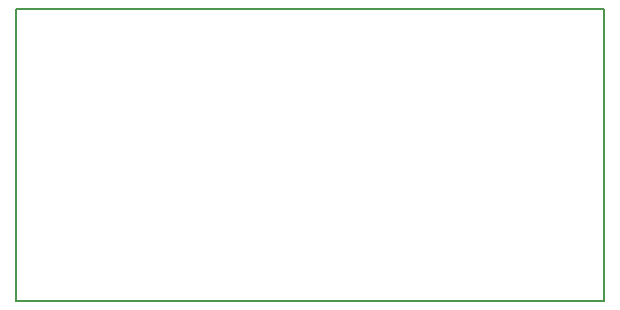
<source format=gbo>
G04 MADE WITH FRITZING*
G04 WWW.FRITZING.ORG*
G04 DOUBLE SIDED*
G04 HOLES PLATED*
G04 CONTOUR ON CENTER OF CONTOUR VECTOR*
%ASAXBY*%
%FSLAX23Y23*%
%MOIN*%
%OFA0B0*%
%SFA1.0B1.0*%
%ADD10R,1.968500X0.984252X1.952500X0.968252*%
%ADD11C,0.008000*%
%LNSILK0*%
G90*
G70*
G54D11*
X4Y980D02*
X1965Y980D01*
X1965Y4D01*
X4Y4D01*
X4Y980D01*
D02*
G04 End of Silk0*
M02*
</source>
